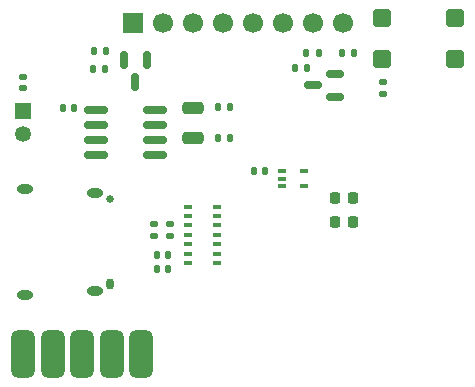
<source format=gbr>
%TF.GenerationSoftware,KiCad,Pcbnew,9.0.4*%
%TF.CreationDate,2025-09-25T23:06:36-04:00*%
%TF.ProjectId,Smarter Watch Stuff,536d6172-7465-4722-9057-617463682053,rev?*%
%TF.SameCoordinates,Original*%
%TF.FileFunction,Soldermask,Bot*%
%TF.FilePolarity,Negative*%
%FSLAX46Y46*%
G04 Gerber Fmt 4.6, Leading zero omitted, Abs format (unit mm)*
G04 Created by KiCad (PCBNEW 9.0.4) date 2025-09-25 23:06:36*
%MOMM*%
%LPD*%
G01*
G04 APERTURE LIST*
G04 Aperture macros list*
%AMRoundRect*
0 Rectangle with rounded corners*
0 $1 Rounding radius*
0 $2 $3 $4 $5 $6 $7 $8 $9 X,Y pos of 4 corners*
0 Add a 4 corners polygon primitive as box body*
4,1,4,$2,$3,$4,$5,$6,$7,$8,$9,$2,$3,0*
0 Add four circle primitives for the rounded corners*
1,1,$1+$1,$2,$3*
1,1,$1+$1,$4,$5*
1,1,$1+$1,$6,$7*
1,1,$1+$1,$8,$9*
0 Add four rect primitives between the rounded corners*
20,1,$1+$1,$2,$3,$4,$5,0*
20,1,$1+$1,$4,$5,$6,$7,0*
20,1,$1+$1,$6,$7,$8,$9,0*
20,1,$1+$1,$8,$9,$2,$3,0*%
G04 Aperture macros list end*
%ADD10RoundRect,0.225000X0.225000X0.250000X-0.225000X0.250000X-0.225000X-0.250000X0.225000X-0.250000X0*%
%ADD11RoundRect,0.140000X0.170000X-0.140000X0.170000X0.140000X-0.170000X0.140000X-0.170000X-0.140000X0*%
%ADD12C,0.650000*%
%ADD13O,0.650000X0.950000*%
%ADD14O,1.400000X0.800000*%
%ADD15R,1.700000X1.700000*%
%ADD16C,1.700000*%
%ADD17RoundRect,0.140000X-0.140000X-0.170000X0.140000X-0.170000X0.140000X0.170000X-0.140000X0.170000X0*%
%ADD18RoundRect,0.140000X0.140000X0.170000X-0.140000X0.170000X-0.140000X-0.170000X0.140000X-0.170000X0*%
%ADD19RoundRect,0.150000X0.825000X0.150000X-0.825000X0.150000X-0.825000X-0.150000X0.825000X-0.150000X0*%
%ADD20R,1.350000X1.350000*%
%ADD21C,1.350000*%
%ADD22RoundRect,0.250000X0.650000X-0.250000X0.650000X0.250000X-0.650000X0.250000X-0.650000X-0.250000X0*%
%ADD23RoundRect,0.135000X-0.135000X-0.185000X0.135000X-0.185000X0.135000X0.185000X-0.135000X0.185000X0*%
%ADD24RoundRect,0.150000X0.587500X0.150000X-0.587500X0.150000X-0.587500X-0.150000X0.587500X-0.150000X0*%
%ADD25RoundRect,0.100000X-0.225000X-0.100000X0.225000X-0.100000X0.225000X0.100000X-0.225000X0.100000X0*%
%ADD26RoundRect,0.087500X0.287500X0.087500X-0.287500X0.087500X-0.287500X-0.087500X0.287500X-0.087500X0*%
%ADD27RoundRect,0.135000X0.135000X0.185000X-0.135000X0.185000X-0.135000X-0.185000X0.135000X-0.185000X0*%
%ADD28RoundRect,0.225000X0.525000X0.525000X-0.525000X0.525000X-0.525000X-0.525000X0.525000X-0.525000X0*%
%ADD29RoundRect,0.135000X0.185000X-0.135000X0.185000X0.135000X-0.185000X0.135000X-0.185000X-0.135000X0*%
%ADD30RoundRect,0.500000X0.500000X1.500000X-0.500000X1.500000X-0.500000X-1.500000X0.500000X-1.500000X0*%
%ADD31RoundRect,0.150000X-0.150000X0.587500X-0.150000X-0.587500X0.150000X-0.587500X0.150000X0.587500X0*%
G04 APERTURE END LIST*
D10*
%TO.C,C19*%
X61950000Y-79300000D03*
X60400000Y-79300000D03*
%TD*%
D11*
%TO.C,C10*%
X46400000Y-80460000D03*
X46400000Y-79500000D03*
%TD*%
D12*
%TO.C,J3*%
X41360000Y-77400000D03*
D13*
X41360000Y-84600000D03*
D14*
X34160000Y-76510000D03*
X40110000Y-76870000D03*
X40110000Y-85130000D03*
X34160000Y-85490000D03*
%TD*%
D15*
%TO.C,U8*%
X43340000Y-62500000D03*
D16*
X45880000Y-62500000D03*
X48420000Y-62500000D03*
X50960000Y-62500000D03*
X53500000Y-62500000D03*
X56040000Y-62500000D03*
X58580000Y-62500000D03*
X61120000Y-62500000D03*
%TD*%
D11*
%TO.C,C11*%
X45100000Y-80460000D03*
X45100000Y-79500000D03*
%TD*%
D17*
%TO.C,C12*%
X45320000Y-82100000D03*
X46280000Y-82100000D03*
%TD*%
%TO.C,C3*%
X50520000Y-69600000D03*
X51480000Y-69600000D03*
%TD*%
D18*
%TO.C,C13*%
X46260000Y-83300000D03*
X45300000Y-83300000D03*
%TD*%
D19*
%TO.C,U1*%
X45150000Y-69790000D03*
X45150000Y-71060000D03*
X45150000Y-72330000D03*
X45150000Y-73600000D03*
X40200000Y-73600000D03*
X40200000Y-72330000D03*
X40200000Y-71060000D03*
X40200000Y-69790000D03*
%TD*%
D11*
%TO.C,C6*%
X34000000Y-67960000D03*
X34000000Y-67000000D03*
%TD*%
D18*
%TO.C,C1*%
X38300000Y-69700000D03*
X37340000Y-69700000D03*
%TD*%
D10*
%TO.C,C18*%
X61950000Y-77300000D03*
X60400000Y-77300000D03*
%TD*%
D17*
%TO.C,C2*%
X50520000Y-72200000D03*
X51480000Y-72200000D03*
%TD*%
D20*
%TO.C,BT1*%
X34000000Y-69900000D03*
D21*
X34000000Y-71900000D03*
%TD*%
D22*
%TO.C,Y1*%
X48400000Y-72200000D03*
X48400000Y-69700000D03*
%TD*%
D23*
%TO.C,R13*%
X39990000Y-64800000D03*
X41010000Y-64800000D03*
%TD*%
D24*
%TO.C,Q3*%
X60375000Y-66800000D03*
X60375000Y-68700000D03*
X58500000Y-67750000D03*
%TD*%
D25*
%TO.C,U9*%
X55900000Y-76300000D03*
X55900000Y-75650000D03*
X55900000Y-75000000D03*
X57800000Y-75000000D03*
X57800000Y-76300000D03*
%TD*%
D18*
%TO.C,C9*%
X54480000Y-75000000D03*
X53520000Y-75000000D03*
%TD*%
D23*
%TO.C,R15*%
X39900000Y-66400000D03*
X40920000Y-66400000D03*
%TD*%
D26*
%TO.C,U10*%
X50400000Y-78000000D03*
X50400000Y-78800000D03*
X50400000Y-79600000D03*
X50400000Y-80400000D03*
X50400000Y-81200000D03*
X50400000Y-82000000D03*
X50400000Y-82800000D03*
X48000000Y-82800000D03*
X48000000Y-82000000D03*
X48000000Y-81200000D03*
X48000000Y-80400000D03*
X48000000Y-79600000D03*
X48000000Y-78800000D03*
X48000000Y-78000000D03*
%TD*%
D27*
%TO.C,R3*%
X62000000Y-65000000D03*
X60980000Y-65000000D03*
%TD*%
D28*
%TO.C,SW2*%
X70600000Y-65500000D03*
X64400000Y-65500000D03*
%TD*%
D29*
%TO.C,R5*%
X64500000Y-68510000D03*
X64500000Y-67490000D03*
%TD*%
D30*
%TO.C,J5*%
X36500000Y-90500000D03*
%TD*%
%TO.C,J1*%
X41500000Y-90500000D03*
%TD*%
D28*
%TO.C,SW1*%
X70600000Y-62000000D03*
X64400000Y-62000000D03*
%TD*%
D23*
%TO.C,R14*%
X56980000Y-66300000D03*
X58000000Y-66300000D03*
%TD*%
%TO.C,R12*%
X57990000Y-65000000D03*
X59010000Y-65000000D03*
%TD*%
D31*
%TO.C,Q2*%
X42550000Y-65625000D03*
X44450000Y-65625000D03*
X43500000Y-67500000D03*
%TD*%
D30*
%TO.C,J4*%
X39000000Y-90500000D03*
%TD*%
%TO.C,J6*%
X34000000Y-90500000D03*
%TD*%
%TO.C,J2*%
X44000000Y-90500000D03*
%TD*%
M02*

</source>
